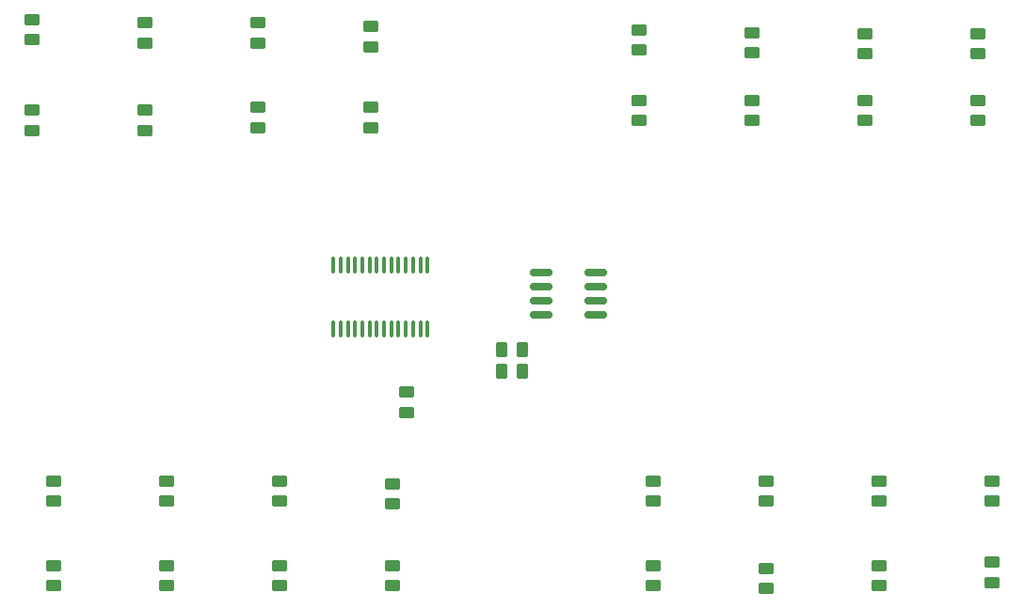
<source format=gbr>
%TF.GenerationSoftware,KiCad,Pcbnew,8.0.5*%
%TF.CreationDate,2024-10-15T20:37:22+02:00*%
%TF.ProjectId,LED_16x24V_REG4_VERSION_B,4c45445f-3136-4783-9234-565f52454734,rev?*%
%TF.SameCoordinates,Original*%
%TF.FileFunction,Paste,Top*%
%TF.FilePolarity,Positive*%
%FSLAX46Y46*%
G04 Gerber Fmt 4.6, Leading zero omitted, Abs format (unit mm)*
G04 Created by KiCad (PCBNEW 8.0.5) date 2024-10-15 20:37:22*
%MOMM*%
%LPD*%
G01*
G04 APERTURE LIST*
G04 Aperture macros list*
%AMRoundRect*
0 Rectangle with rounded corners*
0 $1 Rounding radius*
0 $2 $3 $4 $5 $6 $7 $8 $9 X,Y pos of 4 corners*
0 Add a 4 corners polygon primitive as box body*
4,1,4,$2,$3,$4,$5,$6,$7,$8,$9,$2,$3,0*
0 Add four circle primitives for the rounded corners*
1,1,$1+$1,$2,$3*
1,1,$1+$1,$4,$5*
1,1,$1+$1,$6,$7*
1,1,$1+$1,$8,$9*
0 Add four rect primitives between the rounded corners*
20,1,$1+$1,$2,$3,$4,$5,0*
20,1,$1+$1,$4,$5,$6,$7,0*
20,1,$1+$1,$6,$7,$8,$9,0*
20,1,$1+$1,$8,$9,$2,$3,0*%
G04 Aperture macros list end*
%ADD10RoundRect,0.250000X-0.450000X0.262500X-0.450000X-0.262500X0.450000X-0.262500X0.450000X0.262500X0*%
%ADD11RoundRect,0.250000X0.450000X-0.262500X0.450000X0.262500X-0.450000X0.262500X-0.450000X-0.262500X0*%
%ADD12RoundRect,0.250000X0.262500X0.450000X-0.262500X0.450000X-0.262500X-0.450000X0.262500X-0.450000X0*%
%ADD13RoundRect,0.100000X-0.100000X0.637500X-0.100000X-0.637500X0.100000X-0.637500X0.100000X0.637500X0*%
%ADD14RoundRect,0.150000X0.825000X0.150000X-0.825000X0.150000X-0.825000X-0.150000X0.825000X-0.150000X0*%
G04 APERTURE END LIST*
D10*
%TO.C,R81*%
X102870000Y-83185000D03*
X102870000Y-85010000D03*
%TD*%
D11*
%TO.C,R141*%
X168910000Y-118387500D03*
X168910000Y-116562500D03*
%TD*%
D10*
%TO.C,R71*%
X113030000Y-83185000D03*
X113030000Y-85010000D03*
%TD*%
D11*
%TO.C,R12*%
X187960000Y-78105000D03*
X187960000Y-76280000D03*
%TD*%
D10*
%TO.C,R31*%
X167640000Y-82272500D03*
X167640000Y-84097500D03*
%TD*%
%TO.C,R142*%
X168910000Y-124460000D03*
X168910000Y-126285000D03*
%TD*%
D11*
%TO.C,R101*%
X114935000Y-118387500D03*
X114935000Y-116562500D03*
%TD*%
%TO.C,R111*%
X125095000Y-118387500D03*
X125095000Y-116562500D03*
%TD*%
%TO.C,R161*%
X189230000Y-118387500D03*
X189230000Y-116562500D03*
%TD*%
%TO.C,R42*%
X157480000Y-77747500D03*
X157480000Y-75922500D03*
%TD*%
%TO.C,R52*%
X133350000Y-77470000D03*
X133350000Y-75645000D03*
%TD*%
%TO.C,R151*%
X179070000Y-118387500D03*
X179070000Y-116562500D03*
%TD*%
D10*
%TO.C,R162*%
X189230000Y-123905000D03*
X189230000Y-125730000D03*
%TD*%
%TO.C,R122*%
X135255000Y-124182500D03*
X135255000Y-126007500D03*
%TD*%
%TO.C,R112*%
X125095000Y-124182500D03*
X125095000Y-126007500D03*
%TD*%
%TO.C,R41*%
X157480000Y-82272500D03*
X157480000Y-84097500D03*
%TD*%
%TO.C,R132*%
X158750000Y-124182500D03*
X158750000Y-126007500D03*
%TD*%
D11*
%TO.C,R72*%
X113030000Y-77112500D03*
X113030000Y-75287500D03*
%TD*%
D12*
%TO.C,R3*%
X146962500Y-106680000D03*
X145137500Y-106680000D03*
%TD*%
D10*
%TO.C,R152*%
X179070000Y-124182500D03*
X179070000Y-126007500D03*
%TD*%
D11*
%TO.C,R62*%
X123190000Y-77112500D03*
X123190000Y-75287500D03*
%TD*%
D10*
%TO.C,R11*%
X187960000Y-82272500D03*
X187960000Y-84097500D03*
%TD*%
%TO.C,R102*%
X114935000Y-124182500D03*
X114935000Y-126007500D03*
%TD*%
D11*
%TO.C,R121*%
X135255000Y-118665000D03*
X135255000Y-116840000D03*
%TD*%
D13*
%TO.C,U100*%
X138430000Y-97155000D03*
X137780000Y-97155000D03*
X137130000Y-97155000D03*
X136480000Y-97155000D03*
X135830000Y-97155000D03*
X135180000Y-97155000D03*
X134530000Y-97155000D03*
X133880000Y-97155000D03*
X133230000Y-97155000D03*
X132580000Y-97155000D03*
X131930000Y-97155000D03*
X131280000Y-97155000D03*
X130630000Y-97155000D03*
X129980000Y-97155000D03*
X129980000Y-102880000D03*
X130630000Y-102880000D03*
X131280000Y-102880000D03*
X131930000Y-102880000D03*
X132580000Y-102880000D03*
X133230000Y-102880000D03*
X133880000Y-102880000D03*
X134530000Y-102880000D03*
X135180000Y-102880000D03*
X135830000Y-102880000D03*
X136480000Y-102880000D03*
X137130000Y-102880000D03*
X137780000Y-102880000D03*
X138430000Y-102880000D03*
%TD*%
D10*
%TO.C,R51*%
X133350000Y-82907500D03*
X133350000Y-84732500D03*
%TD*%
%TO.C,R92*%
X104775000Y-124182500D03*
X104775000Y-126007500D03*
%TD*%
%TO.C,R21*%
X177800000Y-82272500D03*
X177800000Y-84097500D03*
%TD*%
%TO.C,R1*%
X136525000Y-108585000D03*
X136525000Y-110410000D03*
%TD*%
D11*
%TO.C,R32*%
X167640000Y-78025000D03*
X167640000Y-76200000D03*
%TD*%
D12*
%TO.C,R2*%
X146962500Y-104775000D03*
X145137500Y-104775000D03*
%TD*%
D11*
%TO.C,R131*%
X158750000Y-118387500D03*
X158750000Y-116562500D03*
%TD*%
D14*
%TO.C,U1*%
X153605000Y-101600000D03*
X153605000Y-100330000D03*
X153605000Y-99060000D03*
X153605000Y-97790000D03*
X148655000Y-97790000D03*
X148655000Y-99060000D03*
X148655000Y-100330000D03*
X148655000Y-101600000D03*
%TD*%
D11*
%TO.C,R82*%
X102870000Y-76835000D03*
X102870000Y-75010000D03*
%TD*%
%TO.C,R91*%
X104775000Y-118387500D03*
X104775000Y-116562500D03*
%TD*%
D10*
%TO.C,R61*%
X123190000Y-82907500D03*
X123190000Y-84732500D03*
%TD*%
D11*
%TO.C,R22*%
X177800000Y-78105000D03*
X177800000Y-76280000D03*
%TD*%
M02*

</source>
